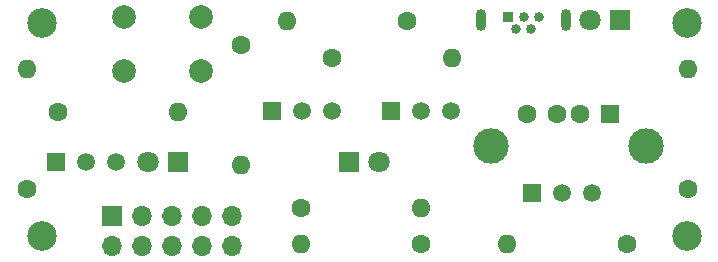
<source format=gbr>
%TF.GenerationSoftware,KiCad,Pcbnew,(6.0.1)*%
%TF.CreationDate,2022-10-21T20:24:01-07:00*%
%TF.ProjectId,DuDad,44754461-642e-46b6-9963-61645f706362,1.3*%
%TF.SameCoordinates,Original*%
%TF.FileFunction,Soldermask,Top*%
%TF.FilePolarity,Negative*%
%FSLAX46Y46*%
G04 Gerber Fmt 4.6, Leading zero omitted, Abs format (unit mm)*
G04 Created by KiCad (PCBNEW (6.0.1)) date 2022-10-21 20:24:01*
%MOMM*%
%LPD*%
G01*
G04 APERTURE LIST*
%ADD10R,0.840000X0.840000*%
%ADD11C,0.840000*%
%ADD12O,0.850000X1.850000*%
%ADD13C,2.500000*%
%ADD14C,2.000000*%
%ADD15R,1.800000X1.800000*%
%ADD16C,1.800000*%
%ADD17C,1.600000*%
%ADD18O,1.600000X1.600000*%
%ADD19R,1.500000X1.500000*%
%ADD20C,1.500000*%
%ADD21R,1.600000X1.500000*%
%ADD22C,3.000000*%
%ADD23R,1.700000X1.700000*%
%ADD24O,1.700000X1.700000*%
G04 APERTURE END LIST*
D10*
%TO.C,J2*%
X92500000Y-52500000D03*
D11*
X93150000Y-53500000D03*
X93800000Y-52500000D03*
X94450000Y-53500000D03*
X95100000Y-52500000D03*
D12*
X90225000Y-52720000D03*
X97375000Y-52720000D03*
%TD*%
D13*
%TO.C,H1*%
X53000000Y-53000000D03*
%TD*%
%TO.C,H2*%
X107600000Y-53000000D03*
%TD*%
%TO.C,H3*%
X53000000Y-71000000D03*
%TD*%
%TO.C,H4*%
X107600000Y-71000000D03*
%TD*%
D14*
%TO.C,SW1*%
X66500000Y-52500000D03*
X60000000Y-52500000D03*
X60000000Y-57000000D03*
X66500000Y-57000000D03*
%TD*%
D15*
%TO.C,D1*%
X79000000Y-64750000D03*
D16*
X81540000Y-64750000D03*
%TD*%
D15*
%TO.C,D2*%
X102000000Y-52750000D03*
D16*
X99460000Y-52750000D03*
%TD*%
D17*
%TO.C,R1*%
X69900000Y-54864000D03*
D18*
X69900000Y-65024000D03*
%TD*%
D17*
%TO.C,R2*%
X74970000Y-68600000D03*
D18*
X85130000Y-68600000D03*
%TD*%
D17*
%TO.C,R3*%
X107696000Y-67056000D03*
D18*
X107696000Y-56896000D03*
%TD*%
D15*
%TO.C,D3*%
X64520000Y-64750000D03*
D16*
X61980000Y-64750000D03*
%TD*%
D17*
%TO.C,R4*%
X54356000Y-60553600D03*
D18*
X64516000Y-60553600D03*
%TD*%
D17*
%TO.C,R5*%
X51714400Y-67056000D03*
D18*
X51714400Y-56896000D03*
%TD*%
D19*
%TO.C,Q1*%
X82600000Y-60400000D03*
D20*
X85140000Y-60400000D03*
X87680000Y-60400000D03*
%TD*%
D19*
%TO.C,Q2*%
X54206800Y-64715000D03*
D20*
X56746800Y-64715000D03*
X59286800Y-64715000D03*
%TD*%
D17*
%TO.C,R6*%
X83950000Y-52800000D03*
D18*
X73790000Y-52800000D03*
%TD*%
D17*
%TO.C,R8*%
X102550000Y-71725000D03*
D18*
X92390000Y-71725000D03*
%TD*%
D17*
%TO.C,R9*%
X77570000Y-55950000D03*
D18*
X87730000Y-55950000D03*
%TD*%
D17*
%TO.C,R7*%
X85150000Y-71725000D03*
D18*
X74990000Y-71725000D03*
%TD*%
D19*
%TO.C,Q3*%
X72500000Y-60410000D03*
D20*
X75040000Y-60410000D03*
X77580000Y-60410000D03*
%TD*%
%TO.C,Q4*%
X99590000Y-67410000D03*
X97050000Y-67410000D03*
D19*
X94510000Y-67410000D03*
%TD*%
D21*
%TO.C,J3*%
X101100000Y-60700000D03*
D17*
X98600000Y-60700000D03*
X96600000Y-60700000D03*
X94100000Y-60700000D03*
D22*
X91030000Y-63410000D03*
X104170000Y-63410000D03*
%TD*%
D23*
%TO.C,J1*%
X58928000Y-69291200D03*
D24*
X58928000Y-71831200D03*
X61468000Y-69291200D03*
X61468000Y-71831200D03*
X64008000Y-69291200D03*
X64008000Y-71831200D03*
X66548000Y-69291200D03*
X66548000Y-71831200D03*
X69088000Y-69291200D03*
X69088000Y-71831200D03*
%TD*%
M02*

</source>
